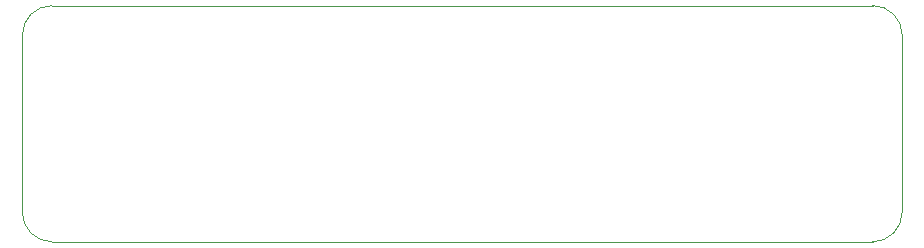
<source format=gbr>
%TF.GenerationSoftware,KiCad,Pcbnew,8.0.6*%
%TF.CreationDate,2025-02-09T14:24:31+00:00*%
%TF.ProjectId,disturbance-free-calling,64697374-7572-4626-916e-63652d667265,rev?*%
%TF.SameCoordinates,Original*%
%TF.FileFunction,Profile,NP*%
%FSLAX46Y46*%
G04 Gerber Fmt 4.6, Leading zero omitted, Abs format (unit mm)*
G04 Created by KiCad (PCBNEW 8.0.6) date 2025-02-09 14:24:31*
%MOMM*%
%LPD*%
G01*
G04 APERTURE LIST*
%TA.AperFunction,Profile*%
%ADD10C,0.050000*%
%TD*%
G04 APERTURE END LIST*
D10*
X140280000Y-67582500D02*
G75*
G02*
X137780000Y-70082500I-2500000J0D01*
G01*
X140280000Y-52582500D02*
X140280000Y-67582500D01*
X68280000Y-50082500D02*
X137780000Y-50082500D01*
X137780000Y-50082500D02*
G75*
G02*
X140280000Y-52582500I0J-2500000D01*
G01*
X137780000Y-70082500D02*
X68280000Y-70082500D01*
X65780000Y-52582500D02*
G75*
G02*
X68280000Y-50082500I2500000J0D01*
G01*
X65780000Y-52582500D02*
X65780000Y-67582500D01*
X68280000Y-70082500D02*
G75*
G02*
X65780000Y-67582500I0J2500000D01*
G01*
M02*

</source>
